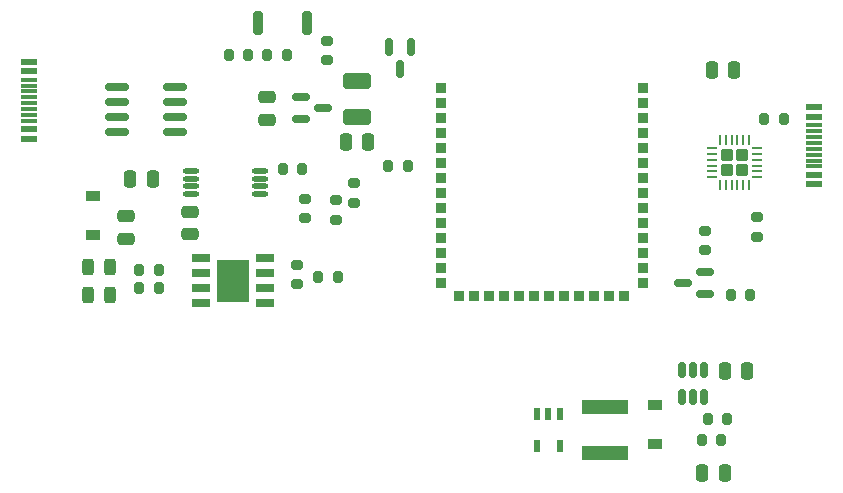
<source format=gtp>
G04 #@! TF.GenerationSoftware,KiCad,Pcbnew,6.0.8-f2edbf62ab~116~ubuntu20.04.1*
G04 #@! TF.CreationDate,2022-10-06T18:38:35+02:00*
G04 #@! TF.ProjectId,IT8951-HAT,49543839-3531-42d4-9841-542e6b696361,v1.2*
G04 #@! TF.SameCoordinates,Original*
G04 #@! TF.FileFunction,Paste,Top*
G04 #@! TF.FilePolarity,Positive*
%FSLAX46Y46*%
G04 Gerber Fmt 4.6, Leading zero omitted, Abs format (unit mm)*
G04 Created by KiCad (PCBNEW 6.0.8-f2edbf62ab~116~ubuntu20.04.1) date 2022-10-06 18:38:35*
%MOMM*%
%LPD*%
G01*
G04 APERTURE LIST*
G04 Aperture macros list*
%AMRoundRect*
0 Rectangle with rounded corners*
0 $1 Rounding radius*
0 $2 $3 $4 $5 $6 $7 $8 $9 X,Y pos of 4 corners*
0 Add a 4 corners polygon primitive as box body*
4,1,4,$2,$3,$4,$5,$6,$7,$8,$9,$2,$3,0*
0 Add four circle primitives for the rounded corners*
1,1,$1+$1,$2,$3*
1,1,$1+$1,$4,$5*
1,1,$1+$1,$6,$7*
1,1,$1+$1,$8,$9*
0 Add four rect primitives between the rounded corners*
20,1,$1+$1,$2,$3,$4,$5,0*
20,1,$1+$1,$4,$5,$6,$7,0*
20,1,$1+$1,$6,$7,$8,$9,0*
20,1,$1+$1,$8,$9,$2,$3,0*%
G04 Aperture macros list end*
%ADD10R,1.500000X0.650000*%
%ADD11R,2.700000X3.600000*%
%ADD12RoundRect,0.250000X-0.475000X0.250000X-0.475000X-0.250000X0.475000X-0.250000X0.475000X0.250000X0*%
%ADD13RoundRect,0.150000X-0.150000X0.587500X-0.150000X-0.587500X0.150000X-0.587500X0.150000X0.587500X0*%
%ADD14R,1.200000X0.900000*%
%ADD15RoundRect,0.250000X0.925000X-0.412500X0.925000X0.412500X-0.925000X0.412500X-0.925000X-0.412500X0*%
%ADD16RoundRect,0.250000X-0.250000X-0.475000X0.250000X-0.475000X0.250000X0.475000X-0.250000X0.475000X0*%
%ADD17RoundRect,0.200000X0.200000X0.275000X-0.200000X0.275000X-0.200000X-0.275000X0.200000X-0.275000X0*%
%ADD18R,4.013200X1.257300*%
%ADD19RoundRect,0.200000X-0.200000X-0.275000X0.200000X-0.275000X0.200000X0.275000X-0.200000X0.275000X0*%
%ADD20RoundRect,0.243750X-0.243750X-0.456250X0.243750X-0.456250X0.243750X0.456250X-0.243750X0.456250X0*%
%ADD21RoundRect,0.150000X0.825000X0.150000X-0.825000X0.150000X-0.825000X-0.150000X0.825000X-0.150000X0*%
%ADD22R,0.838200X0.889000*%
%ADD23R,0.889000X0.838200*%
%ADD24RoundRect,0.150000X0.587500X0.150000X-0.587500X0.150000X-0.587500X-0.150000X0.587500X-0.150000X0*%
%ADD25O,1.400000X0.449999*%
%ADD26R,0.500000X1.005599*%
%ADD27R,1.450000X0.600000*%
%ADD28R,1.450000X0.300000*%
%ADD29RoundRect,0.200000X0.275000X-0.200000X0.275000X0.200000X-0.275000X0.200000X-0.275000X-0.200000X0*%
%ADD30RoundRect,0.250000X0.275000X0.275000X-0.275000X0.275000X-0.275000X-0.275000X0.275000X-0.275000X0*%
%ADD31RoundRect,0.062500X0.350000X0.062500X-0.350000X0.062500X-0.350000X-0.062500X0.350000X-0.062500X0*%
%ADD32RoundRect,0.062500X0.062500X0.350000X-0.062500X0.350000X-0.062500X-0.350000X0.062500X-0.350000X0*%
%ADD33RoundRect,0.250000X0.250000X0.475000X-0.250000X0.475000X-0.250000X-0.475000X0.250000X-0.475000X0*%
%ADD34RoundRect,0.200000X-0.200000X-0.800000X0.200000X-0.800000X0.200000X0.800000X-0.200000X0.800000X0*%
%ADD35RoundRect,0.150000X-0.587500X-0.150000X0.587500X-0.150000X0.587500X0.150000X-0.587500X0.150000X0*%
%ADD36RoundRect,0.200000X-0.275000X0.200000X-0.275000X-0.200000X0.275000X-0.200000X0.275000X0.200000X0*%
%ADD37RoundRect,0.150000X0.150000X-0.512500X0.150000X0.512500X-0.150000X0.512500X-0.150000X-0.512500X0*%
%ADD38RoundRect,0.250000X0.475000X-0.250000X0.475000X0.250000X-0.475000X0.250000X-0.475000X-0.250000X0*%
G04 APERTURE END LIST*
D10*
X100425000Y-73405000D03*
X100425000Y-72135000D03*
X100425000Y-70865000D03*
X100425000Y-69595000D03*
X95025000Y-69595000D03*
X95025000Y-70865000D03*
X95025000Y-72135000D03*
X95025000Y-73405000D03*
D11*
X97725000Y-71500000D03*
D12*
X88600000Y-66050000D03*
X88600000Y-67950000D03*
D13*
X112775000Y-51687500D03*
X110875000Y-51687500D03*
X111825000Y-53562500D03*
D14*
X85800000Y-67625000D03*
X85800000Y-64325000D03*
D15*
X108175000Y-57662500D03*
X108175000Y-54587500D03*
D16*
X139350000Y-79125000D03*
X141250000Y-79125000D03*
D17*
X102250000Y-52350000D03*
X100600000Y-52350000D03*
X141500000Y-72675000D03*
X139850000Y-72675000D03*
D16*
X89000000Y-62875000D03*
X90900000Y-62875000D03*
D18*
X129225000Y-82175150D03*
X129225000Y-86124850D03*
D19*
X137375000Y-85025000D03*
X139025000Y-85025000D03*
D14*
X133450000Y-85300000D03*
X133450000Y-82000000D03*
D17*
X144325000Y-57800000D03*
X142675000Y-57800000D03*
D20*
X85412500Y-70375000D03*
X87287500Y-70375000D03*
D21*
X92800000Y-58930000D03*
X92800000Y-57660000D03*
X92800000Y-56390000D03*
X92800000Y-55120000D03*
X87850000Y-55120000D03*
X87850000Y-56390000D03*
X87850000Y-57660000D03*
X87850000Y-58930000D03*
D16*
X107225000Y-59750000D03*
X109125000Y-59750000D03*
D19*
X137875000Y-83175000D03*
X139525000Y-83175000D03*
D20*
X85412500Y-72725000D03*
X87287500Y-72725000D03*
D19*
X101900000Y-62025000D03*
X103550000Y-62025000D03*
D22*
X115269100Y-55196300D03*
X115269100Y-56466300D03*
X115269100Y-57736300D03*
X115269100Y-59006300D03*
X115269100Y-60276300D03*
X115269100Y-61546300D03*
X115269100Y-62816300D03*
X115269100Y-64086300D03*
X115269100Y-65356300D03*
X115269100Y-66626300D03*
X115269100Y-67896300D03*
X115269100Y-69166300D03*
X115269100Y-70436300D03*
X115269100Y-71706300D03*
D23*
X116865000Y-72780900D03*
X118135000Y-72780900D03*
X119405000Y-72780900D03*
X120675000Y-72780900D03*
X121945000Y-72780900D03*
X123215000Y-72780900D03*
X124485000Y-72780900D03*
X125755000Y-72780900D03*
X127025000Y-72780900D03*
X128295000Y-72780900D03*
X129565000Y-72780900D03*
X130835000Y-72780900D03*
D22*
X132430900Y-71706300D03*
X132430900Y-70436300D03*
X132430900Y-69166300D03*
X132430900Y-67896300D03*
X132430900Y-66626300D03*
X132430900Y-65356300D03*
X132430900Y-64086300D03*
X132430900Y-62816300D03*
X132430900Y-61546300D03*
X132430900Y-60276300D03*
X132430900Y-59006300D03*
X132430900Y-57736300D03*
X132430900Y-56466300D03*
X132430900Y-55196300D03*
D24*
X137687500Y-72650000D03*
X137687500Y-70750000D03*
X135812500Y-71700000D03*
D25*
X100000002Y-64149999D03*
X100000002Y-63499998D03*
X100000002Y-62849999D03*
X100000002Y-62199998D03*
X94100001Y-62199998D03*
X94100001Y-62849999D03*
X94100001Y-63499998D03*
X94100001Y-64149999D03*
D26*
X125350001Y-82797201D03*
X124400000Y-82797201D03*
X123449999Y-82797201D03*
X123449999Y-85502799D03*
X125350001Y-85502799D03*
D17*
X106575000Y-71200000D03*
X104925000Y-71200000D03*
D27*
X80390000Y-52970000D03*
X80390000Y-53770000D03*
D28*
X80390000Y-54970000D03*
X80390000Y-55970000D03*
X80390000Y-56470000D03*
X80390000Y-57470000D03*
D27*
X80390000Y-58670000D03*
X80390000Y-59470000D03*
X80390000Y-59470000D03*
X80390000Y-58670000D03*
D28*
X80390000Y-57970000D03*
X80390000Y-56970000D03*
X80390000Y-55470000D03*
X80390000Y-54470000D03*
D27*
X80390000Y-53770000D03*
X80390000Y-52970000D03*
D29*
X106425000Y-66325000D03*
X106425000Y-64675000D03*
D30*
X140800000Y-60845000D03*
X140800000Y-62145000D03*
X139500000Y-62145000D03*
X139500000Y-60845000D03*
D31*
X142087500Y-62745000D03*
X142087500Y-62245000D03*
X142087500Y-61745000D03*
X142087500Y-61245000D03*
X142087500Y-60745000D03*
X142087500Y-60245000D03*
D32*
X141400000Y-59557500D03*
X140900000Y-59557500D03*
X140400000Y-59557500D03*
X139900000Y-59557500D03*
X139400000Y-59557500D03*
X138900000Y-59557500D03*
D31*
X138212500Y-60245000D03*
X138212500Y-60745000D03*
X138212500Y-61245000D03*
X138212500Y-61745000D03*
X138212500Y-62245000D03*
X138212500Y-62745000D03*
D32*
X138900000Y-63432500D03*
X139400000Y-63432500D03*
X139900000Y-63432500D03*
X140400000Y-63432500D03*
X140900000Y-63432500D03*
X141400000Y-63432500D03*
D33*
X139325000Y-87750000D03*
X137425000Y-87750000D03*
D29*
X105650000Y-52850000D03*
X105650000Y-51200000D03*
D27*
X146905000Y-63325000D03*
X146905000Y-62525000D03*
D28*
X146905000Y-61325000D03*
X146905000Y-60325000D03*
X146905000Y-59825000D03*
X146905000Y-58825000D03*
D27*
X146905000Y-57625000D03*
X146905000Y-56825000D03*
X146905000Y-56825000D03*
X146905000Y-57625000D03*
D28*
X146905000Y-58325000D03*
X146905000Y-59325000D03*
X146905000Y-60825000D03*
X146905000Y-61825000D03*
D27*
X146905000Y-62525000D03*
X146905000Y-63325000D03*
D34*
X99775000Y-49675000D03*
X103975000Y-49675000D03*
D29*
X137675000Y-68925000D03*
X137675000Y-67275000D03*
D19*
X110825000Y-61825000D03*
X112475000Y-61825000D03*
D29*
X103075000Y-71800000D03*
X103075000Y-70150000D03*
D19*
X89750000Y-70600000D03*
X91400000Y-70600000D03*
D35*
X103412500Y-55925000D03*
X103412500Y-57825000D03*
X105287500Y-56875000D03*
D36*
X142050000Y-66125000D03*
X142050000Y-67775000D03*
X103750000Y-64575000D03*
X103750000Y-66225000D03*
D19*
X89750000Y-72150000D03*
X91400000Y-72150000D03*
D37*
X135700000Y-81332500D03*
X136650000Y-81332500D03*
X137600000Y-81332500D03*
X137600000Y-79057500D03*
X136650000Y-79057500D03*
X135700000Y-79057500D03*
D17*
X98975000Y-52350000D03*
X97325000Y-52350000D03*
D29*
X107950000Y-64875000D03*
X107950000Y-63225000D03*
D38*
X100575000Y-57850000D03*
X100575000Y-55950000D03*
D33*
X140125000Y-53625000D03*
X138225000Y-53625000D03*
D38*
X94075000Y-67550000D03*
X94075000Y-65650000D03*
M02*

</source>
